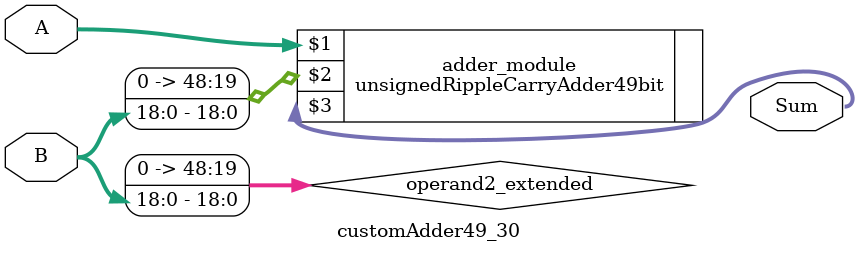
<source format=v>
module customAdder49_30(
                        input [48 : 0] A,
                        input [18 : 0] B,
                        
                        output [49 : 0] Sum
                );

        wire [48 : 0] operand2_extended;
        
        assign operand2_extended =  {30'b0, B};
        
        unsignedRippleCarryAdder49bit adder_module(
            A,
            operand2_extended,
            Sum
        );
        
        endmodule
        
</source>
